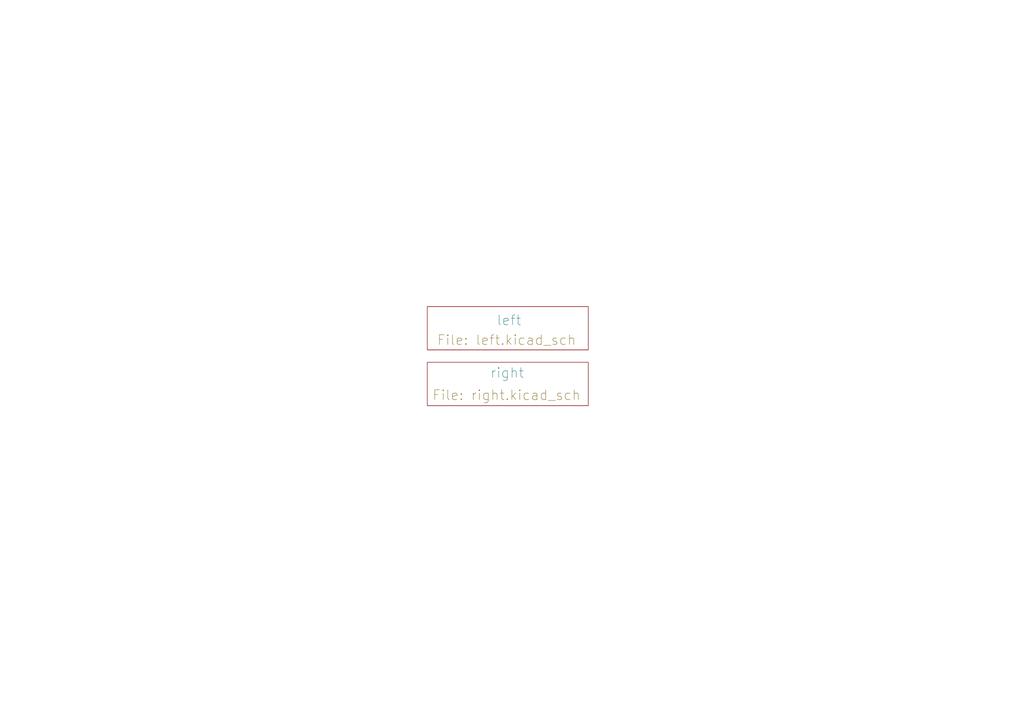
<source format=kicad_sch>
(kicad_sch
	(version 20231120)
	(generator "eeschema")
	(generator_version "8.0")
	(uuid "6cfa0f05-d3ea-41d5-8615-030d5d9d7a38")
	(paper "A3")
	(lib_symbols)
	(sheet
		(at 175.26 125.73)
		(size 66.04 17.78)
		(stroke
			(width 0.1524)
			(type solid)
		)
		(fill
			(color 0 0 0 0.0000)
		)
		(uuid "d28f1ab8-648d-4266-804c-d1cfd88310dc")
		(property "Sheetname" "left"
			(at 208.788 131.318 0)
			(effects
				(font
					(size 4 4)
				)
			)
		)
		(property "Sheetfile" "left.kicad_sch"
			(at 207.772 139.446 0)
			(effects
				(font
					(size 4 4)
				)
			)
		)
		(instances
			(project "kugel-keyboard"
				(path "/6cfa0f05-d3ea-41d5-8615-030d5d9d7a38"
					(page "3")
				)
			)
		)
	)
	(sheet
		(at 175.26 148.59)
		(size 66.04 17.78)
		(stroke
			(width 0.1524)
			(type solid)
		)
		(fill
			(color 0 0 0 0.0000)
		)
		(uuid "dea6066e-bb83-44d8-9828-fcdbd5b5969a")
		(property "Sheetname" "right"
			(at 208.026 152.908 0)
			(effects
				(font
					(size 4 4)
				)
			)
		)
		(property "Sheetfile" "right.kicad_sch"
			(at 207.772 162.052 0)
			(effects
				(font
					(size 4 4)
				)
			)
		)
		(instances
			(project "kugel-keyboard"
				(path "/6cfa0f05-d3ea-41d5-8615-030d5d9d7a38"
					(page "2")
				)
			)
		)
	)
	(sheet_instances
		(path "/"
			(page "1")
		)
	)
)

</source>
